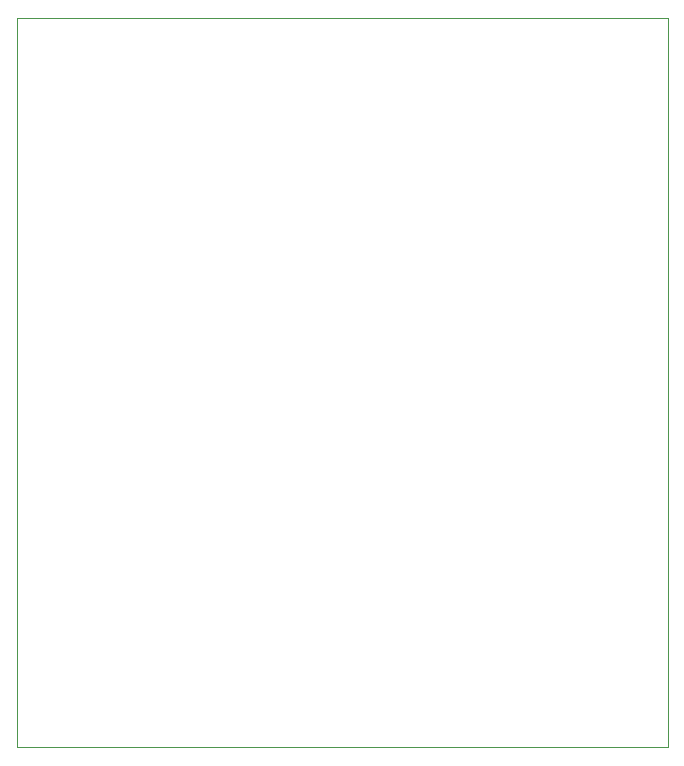
<source format=gm1>
G04 #@! TF.GenerationSoftware,KiCad,Pcbnew,(5.1.2)-1*
G04 #@! TF.CreationDate,2024-09-29T13:42:58+01:00*
G04 #@! TF.ProjectId,ESP8266_PCB01,45535038-3236-4365-9f50-434230312e6b,rev?*
G04 #@! TF.SameCoordinates,Original*
G04 #@! TF.FileFunction,Profile,NP*
%FSLAX46Y46*%
G04 Gerber Fmt 4.6, Leading zero omitted, Abs format (unit mm)*
G04 Created by KiCad (PCBNEW (5.1.2)-1) date 2024-09-29 13:42:58*
%MOMM*%
%LPD*%
G04 APERTURE LIST*
%ADD10C,0.050000*%
G04 APERTURE END LIST*
D10*
X96774000Y-109728000D02*
X96774000Y-109474000D01*
X151892000Y-109728000D02*
X96774000Y-109728000D01*
X96774000Y-48006000D02*
X97028000Y-48006000D01*
X97028000Y-48006000D02*
X151892000Y-48006000D01*
X96774000Y-109474000D02*
X96774000Y-48006000D01*
X151892000Y-48006000D02*
X151892000Y-109728000D01*
M02*

</source>
